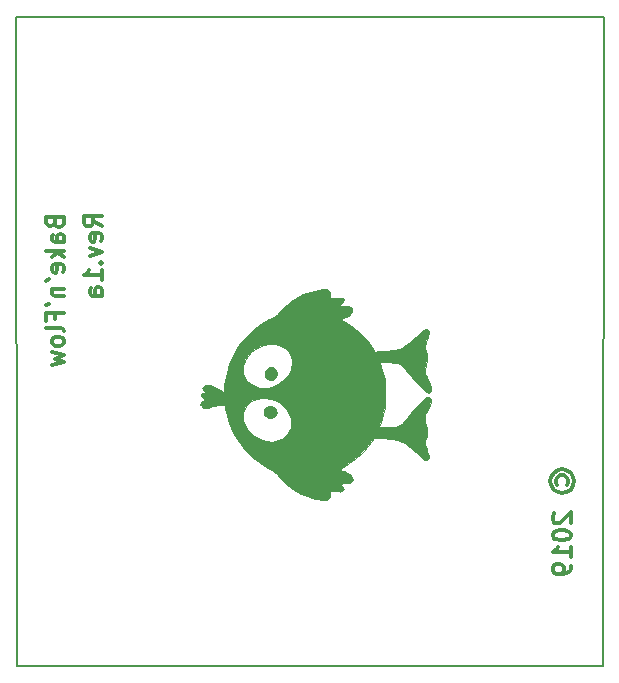
<source format=gbr>
G04 #@! TF.GenerationSoftware,KiCad,Pcbnew,5.1.0*
G04 #@! TF.CreationDate,2019-05-01T02:44:57+08:00*
G04 #@! TF.ProjectId,reflow-toaster-mainboard,7265666c-6f77-42d7-946f-61737465722d,rev?*
G04 #@! TF.SameCoordinates,Original*
G04 #@! TF.FileFunction,Legend,Bot*
G04 #@! TF.FilePolarity,Positive*
%FSLAX46Y46*%
G04 Gerber Fmt 4.6, Leading zero omitted, Abs format (unit mm)*
G04 Created by KiCad (PCBNEW 5.1.0) date 2019-05-01 02:44:57*
%MOMM*%
%LPD*%
G04 APERTURE LIST*
%ADD10C,0.300000*%
%ADD11C,0.150000*%
%ADD12C,0.010000*%
G04 APERTURE END LIST*
D10*
X128478571Y-72200000D02*
X127764285Y-71700000D01*
X128478571Y-71342857D02*
X126978571Y-71342857D01*
X126978571Y-71914285D01*
X127050000Y-72057142D01*
X127121428Y-72128571D01*
X127264285Y-72200000D01*
X127478571Y-72200000D01*
X127621428Y-72128571D01*
X127692857Y-72057142D01*
X127764285Y-71914285D01*
X127764285Y-71342857D01*
X128407142Y-73414285D02*
X128478571Y-73271428D01*
X128478571Y-72985714D01*
X128407142Y-72842857D01*
X128264285Y-72771428D01*
X127692857Y-72771428D01*
X127550000Y-72842857D01*
X127478571Y-72985714D01*
X127478571Y-73271428D01*
X127550000Y-73414285D01*
X127692857Y-73485714D01*
X127835714Y-73485714D01*
X127978571Y-72771428D01*
X127478571Y-73985714D02*
X128478571Y-74342857D01*
X127478571Y-74700000D01*
X128335714Y-75271428D02*
X128407142Y-75342857D01*
X128478571Y-75271428D01*
X128407142Y-75200000D01*
X128335714Y-75271428D01*
X128478571Y-75271428D01*
X128478571Y-76771428D02*
X128478571Y-75914285D01*
X128478571Y-76342857D02*
X126978571Y-76342857D01*
X127192857Y-76200000D01*
X127335714Y-76057142D01*
X127407142Y-75914285D01*
X128478571Y-78057142D02*
X127692857Y-78057142D01*
X127550000Y-77985714D01*
X127478571Y-77842857D01*
X127478571Y-77557142D01*
X127550000Y-77414285D01*
X128407142Y-78057142D02*
X128478571Y-77914285D01*
X128478571Y-77557142D01*
X128407142Y-77414285D01*
X128264285Y-77342857D01*
X128121428Y-77342857D01*
X127978571Y-77414285D01*
X127907142Y-77557142D01*
X127907142Y-77914285D01*
X127835714Y-78057142D01*
X167035714Y-94057142D02*
X166964285Y-93914285D01*
X166964285Y-93628571D01*
X167035714Y-93485714D01*
X167178571Y-93342857D01*
X167321428Y-93271428D01*
X167607142Y-93271428D01*
X167750000Y-93342857D01*
X167892857Y-93485714D01*
X167964285Y-93628571D01*
X167964285Y-93914285D01*
X167892857Y-94057142D01*
X166464285Y-93771428D02*
X166535714Y-93414285D01*
X166750000Y-93057142D01*
X167107142Y-92842857D01*
X167464285Y-92771428D01*
X167821428Y-92842857D01*
X168178571Y-93057142D01*
X168392857Y-93414285D01*
X168464285Y-93771428D01*
X168392857Y-94128571D01*
X168178571Y-94485714D01*
X167821428Y-94700000D01*
X167464285Y-94771428D01*
X167107142Y-94700000D01*
X166750000Y-94485714D01*
X166535714Y-94128571D01*
X166464285Y-93771428D01*
X166821428Y-96485714D02*
X166750000Y-96557142D01*
X166678571Y-96700000D01*
X166678571Y-97057142D01*
X166750000Y-97200000D01*
X166821428Y-97271428D01*
X166964285Y-97342857D01*
X167107142Y-97342857D01*
X167321428Y-97271428D01*
X168178571Y-96414285D01*
X168178571Y-97342857D01*
X166678571Y-98271428D02*
X166678571Y-98414285D01*
X166750000Y-98557142D01*
X166821428Y-98628571D01*
X166964285Y-98700000D01*
X167250000Y-98771428D01*
X167607142Y-98771428D01*
X167892857Y-98700000D01*
X168035714Y-98628571D01*
X168107142Y-98557142D01*
X168178571Y-98414285D01*
X168178571Y-98271428D01*
X168107142Y-98128571D01*
X168035714Y-98057142D01*
X167892857Y-97985714D01*
X167607142Y-97914285D01*
X167250000Y-97914285D01*
X166964285Y-97985714D01*
X166821428Y-98057142D01*
X166750000Y-98128571D01*
X166678571Y-98271428D01*
X168178571Y-100200000D02*
X168178571Y-99342857D01*
X168178571Y-99771428D02*
X166678571Y-99771428D01*
X166892857Y-99628571D01*
X167035714Y-99485714D01*
X167107142Y-99342857D01*
X168178571Y-100914285D02*
X168178571Y-101199999D01*
X168107142Y-101342857D01*
X168035714Y-101414285D01*
X167821428Y-101557142D01*
X167535714Y-101628571D01*
X166964285Y-101628571D01*
X166821428Y-101557142D01*
X166750000Y-101485714D01*
X166678571Y-101342857D01*
X166678571Y-101057142D01*
X166750000Y-100914285D01*
X166821428Y-100842857D01*
X166964285Y-100771428D01*
X167321428Y-100771428D01*
X167464285Y-100842857D01*
X167535714Y-100914285D01*
X167607142Y-101057142D01*
X167607142Y-101342857D01*
X167535714Y-101485714D01*
X167464285Y-101557142D01*
X167321428Y-101628571D01*
D11*
X171000000Y-54500000D02*
X121200000Y-54500000D01*
D10*
X124492857Y-71885714D02*
X124564285Y-72100000D01*
X124635714Y-72171428D01*
X124778571Y-72242857D01*
X124992857Y-72242857D01*
X125135714Y-72171428D01*
X125207142Y-72100000D01*
X125278571Y-71957142D01*
X125278571Y-71385714D01*
X123778571Y-71385714D01*
X123778571Y-71885714D01*
X123850000Y-72028571D01*
X123921428Y-72100000D01*
X124064285Y-72171428D01*
X124207142Y-72171428D01*
X124350000Y-72100000D01*
X124421428Y-72028571D01*
X124492857Y-71885714D01*
X124492857Y-71385714D01*
X125278571Y-73528571D02*
X124492857Y-73528571D01*
X124350000Y-73457142D01*
X124278571Y-73314285D01*
X124278571Y-73028571D01*
X124350000Y-72885714D01*
X125207142Y-73528571D02*
X125278571Y-73385714D01*
X125278571Y-73028571D01*
X125207142Y-72885714D01*
X125064285Y-72814285D01*
X124921428Y-72814285D01*
X124778571Y-72885714D01*
X124707142Y-73028571D01*
X124707142Y-73385714D01*
X124635714Y-73528571D01*
X125278571Y-74242857D02*
X123778571Y-74242857D01*
X124707142Y-74385714D02*
X125278571Y-74814285D01*
X124278571Y-74814285D02*
X124850000Y-74242857D01*
X125207142Y-76028571D02*
X125278571Y-75885714D01*
X125278571Y-75600000D01*
X125207142Y-75457142D01*
X125064285Y-75385714D01*
X124492857Y-75385714D01*
X124350000Y-75457142D01*
X124278571Y-75600000D01*
X124278571Y-75885714D01*
X124350000Y-76028571D01*
X124492857Y-76100000D01*
X124635714Y-76100000D01*
X124778571Y-75385714D01*
X123778571Y-76814285D02*
X124064285Y-76671428D01*
X124278571Y-77457142D02*
X125278571Y-77457142D01*
X124421428Y-77457142D02*
X124350000Y-77528571D01*
X124278571Y-77671428D01*
X124278571Y-77885714D01*
X124350000Y-78028571D01*
X124492857Y-78100000D01*
X125278571Y-78100000D01*
X123778571Y-78885714D02*
X124064285Y-78742857D01*
X124492857Y-80028571D02*
X124492857Y-79528571D01*
X125278571Y-79528571D02*
X123778571Y-79528571D01*
X123778571Y-80242857D01*
X125278571Y-81028571D02*
X125207142Y-80885714D01*
X125064285Y-80814285D01*
X123778571Y-80814285D01*
X125278571Y-81814285D02*
X125207142Y-81671428D01*
X125135714Y-81600000D01*
X124992857Y-81528571D01*
X124564285Y-81528571D01*
X124421428Y-81600000D01*
X124350000Y-81671428D01*
X124278571Y-81814285D01*
X124278571Y-82028571D01*
X124350000Y-82171428D01*
X124421428Y-82242857D01*
X124564285Y-82314285D01*
X124992857Y-82314285D01*
X125135714Y-82242857D01*
X125207142Y-82171428D01*
X125278571Y-82028571D01*
X125278571Y-81814285D01*
X124278571Y-82814285D02*
X125278571Y-83100000D01*
X124564285Y-83385714D01*
X125278571Y-83671428D01*
X124278571Y-83957142D01*
D11*
X121300000Y-109400000D02*
X121200000Y-54500000D01*
X170900000Y-109400000D02*
X121300000Y-109400000D01*
X171000000Y-54500000D02*
X170900000Y-109400000D01*
D12*
G36*
X142265368Y-88133756D02*
G01*
X142359385Y-88271039D01*
X142464619Y-88349441D01*
X142659274Y-88424705D01*
X142854810Y-88424715D01*
X143033197Y-88355070D01*
X143176408Y-88221367D01*
X143239630Y-88108752D01*
X143288047Y-87956357D01*
X143284656Y-87824180D01*
X143235237Y-87681417D01*
X143157213Y-87565490D01*
X143046789Y-87466317D01*
X143035811Y-87459325D01*
X142843735Y-87384621D01*
X142655123Y-87384783D01*
X142484801Y-87450774D01*
X142347596Y-87573559D01*
X142258333Y-87744103D01*
X142231677Y-87949384D01*
X142265368Y-88133756D01*
X142265368Y-88133756D01*
G37*
X142265368Y-88133756D02*
X142359385Y-88271039D01*
X142464619Y-88349441D01*
X142659274Y-88424705D01*
X142854810Y-88424715D01*
X143033197Y-88355070D01*
X143176408Y-88221367D01*
X143239630Y-88108752D01*
X143288047Y-87956357D01*
X143284656Y-87824180D01*
X143235237Y-87681417D01*
X143157213Y-87565490D01*
X143046789Y-87466317D01*
X143035811Y-87459325D01*
X142843735Y-87384621D01*
X142655123Y-87384783D01*
X142484801Y-87450774D01*
X142347596Y-87573559D01*
X142258333Y-87744103D01*
X142231677Y-87949384D01*
X142265368Y-88133756D01*
G36*
X142316147Y-84877843D02*
G01*
X142415983Y-85022690D01*
X142557168Y-85120334D01*
X142723383Y-85167757D01*
X142898312Y-85161942D01*
X143065638Y-85099874D01*
X143209043Y-84978535D01*
X143277679Y-84874365D01*
X143332721Y-84706562D01*
X143317710Y-84533552D01*
X143277571Y-84421751D01*
X143199546Y-84305824D01*
X143089122Y-84206650D01*
X143078144Y-84199659D01*
X142886132Y-84125020D01*
X142697490Y-84125214D01*
X142527095Y-84191190D01*
X142389824Y-84313900D01*
X142300554Y-84484294D01*
X142273976Y-84688807D01*
X142316147Y-84877843D01*
X142316147Y-84877843D01*
G37*
X142316147Y-84877843D02*
X142415983Y-85022690D01*
X142557168Y-85120334D01*
X142723383Y-85167757D01*
X142898312Y-85161942D01*
X143065638Y-85099874D01*
X143209043Y-84978535D01*
X143277679Y-84874365D01*
X143332721Y-84706562D01*
X143317710Y-84533552D01*
X143277571Y-84421751D01*
X143199546Y-84305824D01*
X143089122Y-84206650D01*
X143078144Y-84199659D01*
X142886132Y-84125020D01*
X142697490Y-84125214D01*
X142527095Y-84191190D01*
X142389824Y-84313900D01*
X142300554Y-84484294D01*
X142273976Y-84688807D01*
X142316147Y-84877843D01*
G36*
X136832217Y-87289099D02*
G01*
X136873310Y-87352723D01*
X136968318Y-87425929D01*
X137017054Y-87457532D01*
X137176502Y-87544289D01*
X137316663Y-87578566D01*
X137468512Y-87562717D01*
X137646500Y-87505386D01*
X137848273Y-87440964D01*
X138099935Y-87377567D01*
X138366964Y-87322767D01*
X138614834Y-87284140D01*
X138694250Y-87275512D01*
X138816190Y-87268378D01*
X138875816Y-87280973D01*
X138894506Y-87320203D01*
X138895333Y-87340467D01*
X138903528Y-87416210D01*
X138925579Y-87552413D01*
X138957688Y-87726731D01*
X138980793Y-87843226D01*
X139172100Y-88574990D01*
X139439661Y-89277792D01*
X139778953Y-89945693D01*
X140185451Y-90572756D01*
X140654633Y-91153042D01*
X141181973Y-91680613D01*
X141762949Y-92149532D01*
X142393036Y-92553859D01*
X142690425Y-92712665D01*
X142868586Y-92805539D01*
X143002860Y-92887988D01*
X143116341Y-92978830D01*
X143232123Y-93096880D01*
X143373300Y-93260955D01*
X143394361Y-93286211D01*
X143694266Y-93613512D01*
X144043928Y-93940305D01*
X144420902Y-94248293D01*
X144802747Y-94519175D01*
X145167022Y-94734655D01*
X145177440Y-94740070D01*
X145387484Y-94837064D01*
X145654399Y-94942994D01*
X145955321Y-95050383D01*
X146267387Y-95151755D01*
X146567731Y-95239634D01*
X146833491Y-95306544D01*
X147017218Y-95341653D01*
X147250564Y-95366571D01*
X147424334Y-95359945D01*
X147559019Y-95317754D01*
X147675113Y-95235974D01*
X147706091Y-95206422D01*
X147775656Y-95126242D01*
X147812294Y-95043495D01*
X147826118Y-94926675D01*
X147827667Y-94827590D01*
X147826761Y-94715032D01*
X147833099Y-94639336D01*
X147860265Y-94595103D01*
X147921843Y-94576938D01*
X148031417Y-94579442D01*
X148202570Y-94597219D01*
X148361820Y-94615362D01*
X148557007Y-94635001D01*
X148688468Y-94641214D01*
X148776209Y-94633125D01*
X148840234Y-94609860D01*
X148868151Y-94593219D01*
X148946846Y-94520143D01*
X148960845Y-94437370D01*
X148907836Y-94332819D01*
X148793390Y-94202407D01*
X148702819Y-94103882D01*
X148646598Y-94030386D01*
X148636446Y-94001444D01*
X148685190Y-93989251D01*
X148797505Y-93974368D01*
X148952461Y-93959394D01*
X149014805Y-93954470D01*
X149281386Y-93927999D01*
X149474100Y-93892246D01*
X149603519Y-93844156D01*
X149680213Y-93780678D01*
X149694534Y-93758152D01*
X149722225Y-93625670D01*
X149692772Y-93465215D01*
X149612792Y-93304515D01*
X149574053Y-93253305D01*
X149448005Y-93142692D01*
X149267274Y-93032257D01*
X149060642Y-92936393D01*
X148856890Y-92869491D01*
X148772471Y-92852467D01*
X148661808Y-92830171D01*
X148596836Y-92806057D01*
X148589667Y-92797298D01*
X148624071Y-92764970D01*
X148714652Y-92705873D01*
X148842462Y-92632284D01*
X148854250Y-92625855D01*
X149461880Y-92251396D01*
X150038450Y-91808220D01*
X150569963Y-91308959D01*
X151042422Y-90766248D01*
X151290504Y-90426822D01*
X151531834Y-90072144D01*
X152082167Y-90100633D01*
X152446673Y-90124329D01*
X152795238Y-90156091D01*
X153114422Y-90194078D01*
X153390782Y-90236450D01*
X153610879Y-90281370D01*
X153761270Y-90326995D01*
X153773217Y-90332083D01*
X153931675Y-90419631D01*
X154137798Y-90560079D01*
X154380808Y-90745063D01*
X154649932Y-90966219D01*
X154934394Y-91215184D01*
X155066667Y-91336037D01*
X155311602Y-91559634D01*
X155506023Y-91728875D01*
X155658507Y-91850042D01*
X155777629Y-91929414D01*
X155871965Y-91973274D01*
X155950092Y-91987903D01*
X155956835Y-91988000D01*
X156065910Y-91971944D01*
X156137052Y-91918926D01*
X156170613Y-91821674D01*
X156166943Y-91672917D01*
X156126393Y-91465382D01*
X156049315Y-91191797D01*
X156002377Y-91043880D01*
X155937538Y-90839373D01*
X155883696Y-90659634D01*
X155845869Y-90522150D01*
X155829071Y-90444407D01*
X155828667Y-90438272D01*
X155846526Y-90362922D01*
X155892693Y-90242534D01*
X155939770Y-90139519D01*
X156012514Y-89972487D01*
X156055318Y-89817396D01*
X156068534Y-89654693D01*
X156052515Y-89464827D01*
X156007613Y-89228244D01*
X155959806Y-89026870D01*
X155892157Y-88742471D01*
X155849779Y-88524051D01*
X155832866Y-88356720D01*
X155841612Y-88225589D01*
X155876211Y-88115769D01*
X155936858Y-88012371D01*
X155973686Y-87962697D01*
X156154455Y-87664989D01*
X156288295Y-87299207D01*
X156338389Y-87085745D01*
X156364404Y-86934418D01*
X156367688Y-86836773D01*
X156346819Y-86764553D01*
X156319884Y-86718250D01*
X156227637Y-86632736D01*
X156148992Y-86611667D01*
X156034885Y-86645494D01*
X155878846Y-86743038D01*
X155687125Y-86898393D01*
X155465970Y-87105656D01*
X155221629Y-87358920D01*
X154960351Y-87652281D01*
X154688382Y-87979834D01*
X154648417Y-88029834D01*
X154427623Y-88304746D01*
X154248677Y-88520673D01*
X154103067Y-88686692D01*
X153982283Y-88811881D01*
X153877813Y-88905317D01*
X153781146Y-88976076D01*
X153733682Y-89005436D01*
X153546976Y-89084918D01*
X153293689Y-89142120D01*
X152968906Y-89177778D01*
X152567712Y-89192627D01*
X152479926Y-89193162D01*
X151988684Y-89194000D01*
X152149871Y-88717750D01*
X152258627Y-88384598D01*
X152343113Y-88092329D01*
X152406225Y-87821619D01*
X152450855Y-87553143D01*
X152479900Y-87267575D01*
X152496252Y-86945592D01*
X152502805Y-86567869D01*
X152503317Y-86357667D01*
X152500671Y-85969893D01*
X152491638Y-85647590D01*
X152473431Y-85371638D01*
X152443265Y-85122918D01*
X152398353Y-84882311D01*
X152335908Y-84630697D01*
X152253143Y-84348956D01*
X152174494Y-84101555D01*
X152027530Y-83648334D01*
X152224182Y-83649294D01*
X152447092Y-83655409D01*
X152694124Y-83670383D01*
X152946037Y-83692158D01*
X153183596Y-83718674D01*
X153387561Y-83747873D01*
X153538696Y-83777695D01*
X153599656Y-83796508D01*
X153718024Y-83858367D01*
X153846654Y-83952157D01*
X153992956Y-84085237D01*
X154164341Y-84264964D01*
X154368220Y-84498697D01*
X154612004Y-84793793D01*
X154644283Y-84833667D01*
X154917099Y-85161301D01*
X155180197Y-85458148D01*
X155427258Y-85718190D01*
X155651966Y-85935411D01*
X155848002Y-86103793D01*
X156009049Y-86217319D01*
X156128790Y-86269973D01*
X156155563Y-86273000D01*
X156258395Y-86235235D01*
X156329513Y-86132702D01*
X156362132Y-85981546D01*
X156351230Y-85807334D01*
X156282634Y-85544737D01*
X156175219Y-85265185D01*
X156046304Y-85011331D01*
X155995060Y-84930150D01*
X155915335Y-84804012D01*
X155862939Y-84690016D01*
X155837329Y-84571551D01*
X155837962Y-84432008D01*
X155864296Y-84254778D01*
X155915788Y-84023249D01*
X155959653Y-83846941D01*
X156026562Y-83558205D01*
X156062103Y-83328936D01*
X156065887Y-83139803D01*
X156037521Y-82971476D01*
X155976615Y-82804625D01*
X155936886Y-82721707D01*
X155876621Y-82589519D01*
X155837333Y-82477899D01*
X155828667Y-82430392D01*
X155841811Y-82359978D01*
X155877385Y-82229777D01*
X155929599Y-82059828D01*
X155978888Y-81910401D01*
X156072529Y-81625422D01*
X156135922Y-81407209D01*
X156171115Y-81244261D01*
X156180153Y-81125078D01*
X156165082Y-81038161D01*
X156142300Y-80991917D01*
X156045801Y-80913525D01*
X155908974Y-80902588D01*
X155749019Y-80957571D01*
X155680046Y-81005292D01*
X155561581Y-81099994D01*
X155406212Y-81231086D01*
X155226528Y-81387979D01*
X155063205Y-81534509D01*
X154752679Y-81814093D01*
X154491705Y-82040971D01*
X154269033Y-82221360D01*
X154073417Y-82361477D01*
X153893608Y-82467540D01*
X153718358Y-82545765D01*
X153536421Y-82602369D01*
X153336547Y-82643571D01*
X153107490Y-82675587D01*
X152971167Y-82690876D01*
X152713083Y-82716967D01*
X152444342Y-82741772D01*
X152196168Y-82762541D01*
X151999789Y-82776528D01*
X151994215Y-82776862D01*
X151609930Y-82799707D01*
X151353846Y-82409104D01*
X150912306Y-81811703D01*
X150404152Y-81261623D01*
X149837534Y-80766451D01*
X149220603Y-80333774D01*
X148955500Y-80176478D01*
X148707501Y-80036745D01*
X148942898Y-79963912D01*
X149180443Y-79874053D01*
X149389409Y-79764105D01*
X149549558Y-79646015D01*
X149623681Y-79562037D01*
X149673691Y-79445277D01*
X149702274Y-79302371D01*
X149703770Y-79280537D01*
X149694087Y-79152742D01*
X149644500Y-79060193D01*
X149544208Y-78996353D01*
X149382412Y-78954686D01*
X149148312Y-78928657D01*
X149118834Y-78926547D01*
X148901844Y-78910861D01*
X148760640Y-78894785D01*
X148686578Y-78871566D01*
X148671018Y-78834448D01*
X148705317Y-78776676D01*
X148780832Y-78691497D01*
X148796446Y-78674566D01*
X148889938Y-78560492D01*
X148953173Y-78459131D01*
X148970667Y-78405130D01*
X148959706Y-78330798D01*
X148919011Y-78280182D01*
X148836862Y-78250430D01*
X148701538Y-78238693D01*
X148501321Y-78242118D01*
X148336235Y-78250799D01*
X147827667Y-78281356D01*
X147827667Y-78062909D01*
X147807563Y-77843330D01*
X147742427Y-77684441D01*
X147625026Y-77580733D01*
X147448124Y-77526701D01*
X147204486Y-77516836D01*
X147116692Y-77521710D01*
X146869467Y-77555949D01*
X146569103Y-77623121D01*
X146237077Y-77716147D01*
X145894865Y-77827945D01*
X145563943Y-77951437D01*
X145265788Y-78079543D01*
X145021877Y-78205181D01*
X144994929Y-78221172D01*
X144722967Y-78398653D01*
X144432715Y-78610202D01*
X144143558Y-78839932D01*
X143874885Y-79071960D01*
X143646084Y-79290401D01*
X143511968Y-79436167D01*
X143396091Y-79570186D01*
X143298088Y-79672477D01*
X143200172Y-79756040D01*
X143084557Y-79833872D01*
X143006470Y-79877849D01*
X143006470Y-82141634D01*
X143109640Y-82153522D01*
X143496746Y-82245855D01*
X143832186Y-82399596D01*
X144111505Y-82607682D01*
X144330252Y-82863050D01*
X144483973Y-83158639D01*
X144568216Y-83487386D01*
X144578527Y-83842229D01*
X144510453Y-84216107D01*
X144477081Y-84322249D01*
X144313959Y-84672066D01*
X144080670Y-84993948D01*
X143789431Y-85279483D01*
X143452460Y-85520259D01*
X143081975Y-85707862D01*
X142690194Y-85833881D01*
X142324334Y-85885009D01*
X142324334Y-86707848D01*
X142756852Y-86777616D01*
X143165456Y-86920846D01*
X143540335Y-87130299D01*
X143871680Y-87398740D01*
X144149681Y-87718932D01*
X144364528Y-88083638D01*
X144441321Y-88269540D01*
X144497200Y-88499310D01*
X144521720Y-88768368D01*
X144514615Y-89042314D01*
X144475620Y-89286752D01*
X144449823Y-89371918D01*
X144292714Y-89684467D01*
X144069261Y-89949194D01*
X143786829Y-90159934D01*
X143452781Y-90310524D01*
X143267246Y-90361662D01*
X142860831Y-90411113D01*
X142455171Y-90384169D01*
X142060274Y-90287167D01*
X141686149Y-90126443D01*
X141342803Y-89908335D01*
X141040246Y-89639178D01*
X140788486Y-89325311D01*
X140597532Y-88973068D01*
X140478943Y-88596305D01*
X140442698Y-88236957D01*
X140483251Y-87899793D01*
X140594188Y-87591378D01*
X140769092Y-87318277D01*
X141001549Y-87087054D01*
X141285143Y-86904274D01*
X141613460Y-86776503D01*
X141980083Y-86710305D01*
X142324334Y-86707848D01*
X142324334Y-85885009D01*
X142289334Y-85889901D01*
X142197334Y-85892000D01*
X141790446Y-85855222D01*
X141424464Y-85746317D01*
X141103103Y-85567428D01*
X140830076Y-85320699D01*
X140609099Y-85008272D01*
X140583188Y-84960667D01*
X140537719Y-84864370D01*
X140508319Y-84768149D01*
X140491622Y-84649922D01*
X140484262Y-84487606D01*
X140482834Y-84302305D01*
X140484032Y-84094713D01*
X140491178Y-83945956D01*
X140509594Y-83830203D01*
X140544605Y-83721625D01*
X140601533Y-83594391D01*
X140648613Y-83497971D01*
X140863638Y-83150171D01*
X141140205Y-82842278D01*
X141465753Y-82581155D01*
X141827717Y-82373666D01*
X142213533Y-82226674D01*
X142610639Y-82147042D01*
X143006470Y-82141634D01*
X143006470Y-79877849D01*
X142933454Y-79918971D01*
X142729077Y-80024336D01*
X142658174Y-80060101D01*
X142008433Y-80433701D01*
X141408115Y-80872942D01*
X140861025Y-81372139D01*
X140370968Y-81925607D01*
X139941747Y-82527660D01*
X139577169Y-83172614D01*
X139281038Y-83854782D01*
X139057158Y-84568480D01*
X138909334Y-85308024D01*
X138860972Y-85733997D01*
X138844049Y-85921088D01*
X138827427Y-86074523D01*
X138813243Y-86176172D01*
X138805080Y-86208032D01*
X138762876Y-86196591D01*
X138660426Y-86152342D01*
X138512349Y-86082019D01*
X138333265Y-85992359D01*
X138301355Y-85975970D01*
X138015388Y-85830833D01*
X137791136Y-85724997D01*
X137616337Y-85656574D01*
X137478732Y-85623677D01*
X137366061Y-85624421D01*
X137266063Y-85656917D01*
X137166479Y-85719280D01*
X137080452Y-85788075D01*
X136940032Y-85906231D01*
X137166266Y-86108949D01*
X137392500Y-86311668D01*
X137194441Y-86313501D01*
X137027317Y-86336615D01*
X136912523Y-86397190D01*
X136864037Y-86487314D01*
X136863333Y-86500937D01*
X136895130Y-86566661D01*
X136975383Y-86656270D01*
X137081389Y-86747772D01*
X137190441Y-86819177D01*
X137193614Y-86820827D01*
X137243294Y-86850799D01*
X137247793Y-86878290D01*
X137197156Y-86916151D01*
X137081422Y-86977238D01*
X137066614Y-86984749D01*
X136931651Y-87061518D01*
X136858855Y-87129060D01*
X136830065Y-87204897D01*
X136828849Y-87214115D01*
X136832217Y-87289099D01*
X136832217Y-87289099D01*
G37*
X136832217Y-87289099D02*
X136873310Y-87352723D01*
X136968318Y-87425929D01*
X137017054Y-87457532D01*
X137176502Y-87544289D01*
X137316663Y-87578566D01*
X137468512Y-87562717D01*
X137646500Y-87505386D01*
X137848273Y-87440964D01*
X138099935Y-87377567D01*
X138366964Y-87322767D01*
X138614834Y-87284140D01*
X138694250Y-87275512D01*
X138816190Y-87268378D01*
X138875816Y-87280973D01*
X138894506Y-87320203D01*
X138895333Y-87340467D01*
X138903528Y-87416210D01*
X138925579Y-87552413D01*
X138957688Y-87726731D01*
X138980793Y-87843226D01*
X139172100Y-88574990D01*
X139439661Y-89277792D01*
X139778953Y-89945693D01*
X140185451Y-90572756D01*
X140654633Y-91153042D01*
X141181973Y-91680613D01*
X141762949Y-92149532D01*
X142393036Y-92553859D01*
X142690425Y-92712665D01*
X142868586Y-92805539D01*
X143002860Y-92887988D01*
X143116341Y-92978830D01*
X143232123Y-93096880D01*
X143373300Y-93260955D01*
X143394361Y-93286211D01*
X143694266Y-93613512D01*
X144043928Y-93940305D01*
X144420902Y-94248293D01*
X144802747Y-94519175D01*
X145167022Y-94734655D01*
X145177440Y-94740070D01*
X145387484Y-94837064D01*
X145654399Y-94942994D01*
X145955321Y-95050383D01*
X146267387Y-95151755D01*
X146567731Y-95239634D01*
X146833491Y-95306544D01*
X147017218Y-95341653D01*
X147250564Y-95366571D01*
X147424334Y-95359945D01*
X147559019Y-95317754D01*
X147675113Y-95235974D01*
X147706091Y-95206422D01*
X147775656Y-95126242D01*
X147812294Y-95043495D01*
X147826118Y-94926675D01*
X147827667Y-94827590D01*
X147826761Y-94715032D01*
X147833099Y-94639336D01*
X147860265Y-94595103D01*
X147921843Y-94576938D01*
X148031417Y-94579442D01*
X148202570Y-94597219D01*
X148361820Y-94615362D01*
X148557007Y-94635001D01*
X148688468Y-94641214D01*
X148776209Y-94633125D01*
X148840234Y-94609860D01*
X148868151Y-94593219D01*
X148946846Y-94520143D01*
X148960845Y-94437370D01*
X148907836Y-94332819D01*
X148793390Y-94202407D01*
X148702819Y-94103882D01*
X148646598Y-94030386D01*
X148636446Y-94001444D01*
X148685190Y-93989251D01*
X148797505Y-93974368D01*
X148952461Y-93959394D01*
X149014805Y-93954470D01*
X149281386Y-93927999D01*
X149474100Y-93892246D01*
X149603519Y-93844156D01*
X149680213Y-93780678D01*
X149694534Y-93758152D01*
X149722225Y-93625670D01*
X149692772Y-93465215D01*
X149612792Y-93304515D01*
X149574053Y-93253305D01*
X149448005Y-93142692D01*
X149267274Y-93032257D01*
X149060642Y-92936393D01*
X148856890Y-92869491D01*
X148772471Y-92852467D01*
X148661808Y-92830171D01*
X148596836Y-92806057D01*
X148589667Y-92797298D01*
X148624071Y-92764970D01*
X148714652Y-92705873D01*
X148842462Y-92632284D01*
X148854250Y-92625855D01*
X149461880Y-92251396D01*
X150038450Y-91808220D01*
X150569963Y-91308959D01*
X151042422Y-90766248D01*
X151290504Y-90426822D01*
X151531834Y-90072144D01*
X152082167Y-90100633D01*
X152446673Y-90124329D01*
X152795238Y-90156091D01*
X153114422Y-90194078D01*
X153390782Y-90236450D01*
X153610879Y-90281370D01*
X153761270Y-90326995D01*
X153773217Y-90332083D01*
X153931675Y-90419631D01*
X154137798Y-90560079D01*
X154380808Y-90745063D01*
X154649932Y-90966219D01*
X154934394Y-91215184D01*
X155066667Y-91336037D01*
X155311602Y-91559634D01*
X155506023Y-91728875D01*
X155658507Y-91850042D01*
X155777629Y-91929414D01*
X155871965Y-91973274D01*
X155950092Y-91987903D01*
X155956835Y-91988000D01*
X156065910Y-91971944D01*
X156137052Y-91918926D01*
X156170613Y-91821674D01*
X156166943Y-91672917D01*
X156126393Y-91465382D01*
X156049315Y-91191797D01*
X156002377Y-91043880D01*
X155937538Y-90839373D01*
X155883696Y-90659634D01*
X155845869Y-90522150D01*
X155829071Y-90444407D01*
X155828667Y-90438272D01*
X155846526Y-90362922D01*
X155892693Y-90242534D01*
X155939770Y-90139519D01*
X156012514Y-89972487D01*
X156055318Y-89817396D01*
X156068534Y-89654693D01*
X156052515Y-89464827D01*
X156007613Y-89228244D01*
X155959806Y-89026870D01*
X155892157Y-88742471D01*
X155849779Y-88524051D01*
X155832866Y-88356720D01*
X155841612Y-88225589D01*
X155876211Y-88115769D01*
X155936858Y-88012371D01*
X155973686Y-87962697D01*
X156154455Y-87664989D01*
X156288295Y-87299207D01*
X156338389Y-87085745D01*
X156364404Y-86934418D01*
X156367688Y-86836773D01*
X156346819Y-86764553D01*
X156319884Y-86718250D01*
X156227637Y-86632736D01*
X156148992Y-86611667D01*
X156034885Y-86645494D01*
X155878846Y-86743038D01*
X155687125Y-86898393D01*
X155465970Y-87105656D01*
X155221629Y-87358920D01*
X154960351Y-87652281D01*
X154688382Y-87979834D01*
X154648417Y-88029834D01*
X154427623Y-88304746D01*
X154248677Y-88520673D01*
X154103067Y-88686692D01*
X153982283Y-88811881D01*
X153877813Y-88905317D01*
X153781146Y-88976076D01*
X153733682Y-89005436D01*
X153546976Y-89084918D01*
X153293689Y-89142120D01*
X152968906Y-89177778D01*
X152567712Y-89192627D01*
X152479926Y-89193162D01*
X151988684Y-89194000D01*
X152149871Y-88717750D01*
X152258627Y-88384598D01*
X152343113Y-88092329D01*
X152406225Y-87821619D01*
X152450855Y-87553143D01*
X152479900Y-87267575D01*
X152496252Y-86945592D01*
X152502805Y-86567869D01*
X152503317Y-86357667D01*
X152500671Y-85969893D01*
X152491638Y-85647590D01*
X152473431Y-85371638D01*
X152443265Y-85122918D01*
X152398353Y-84882311D01*
X152335908Y-84630697D01*
X152253143Y-84348956D01*
X152174494Y-84101555D01*
X152027530Y-83648334D01*
X152224182Y-83649294D01*
X152447092Y-83655409D01*
X152694124Y-83670383D01*
X152946037Y-83692158D01*
X153183596Y-83718674D01*
X153387561Y-83747873D01*
X153538696Y-83777695D01*
X153599656Y-83796508D01*
X153718024Y-83858367D01*
X153846654Y-83952157D01*
X153992956Y-84085237D01*
X154164341Y-84264964D01*
X154368220Y-84498697D01*
X154612004Y-84793793D01*
X154644283Y-84833667D01*
X154917099Y-85161301D01*
X155180197Y-85458148D01*
X155427258Y-85718190D01*
X155651966Y-85935411D01*
X155848002Y-86103793D01*
X156009049Y-86217319D01*
X156128790Y-86269973D01*
X156155563Y-86273000D01*
X156258395Y-86235235D01*
X156329513Y-86132702D01*
X156362132Y-85981546D01*
X156351230Y-85807334D01*
X156282634Y-85544737D01*
X156175219Y-85265185D01*
X156046304Y-85011331D01*
X155995060Y-84930150D01*
X155915335Y-84804012D01*
X155862939Y-84690016D01*
X155837329Y-84571551D01*
X155837962Y-84432008D01*
X155864296Y-84254778D01*
X155915788Y-84023249D01*
X155959653Y-83846941D01*
X156026562Y-83558205D01*
X156062103Y-83328936D01*
X156065887Y-83139803D01*
X156037521Y-82971476D01*
X155976615Y-82804625D01*
X155936886Y-82721707D01*
X155876621Y-82589519D01*
X155837333Y-82477899D01*
X155828667Y-82430392D01*
X155841811Y-82359978D01*
X155877385Y-82229777D01*
X155929599Y-82059828D01*
X155978888Y-81910401D01*
X156072529Y-81625422D01*
X156135922Y-81407209D01*
X156171115Y-81244261D01*
X156180153Y-81125078D01*
X156165082Y-81038161D01*
X156142300Y-80991917D01*
X156045801Y-80913525D01*
X155908974Y-80902588D01*
X155749019Y-80957571D01*
X155680046Y-81005292D01*
X155561581Y-81099994D01*
X155406212Y-81231086D01*
X155226528Y-81387979D01*
X155063205Y-81534509D01*
X154752679Y-81814093D01*
X154491705Y-82040971D01*
X154269033Y-82221360D01*
X154073417Y-82361477D01*
X153893608Y-82467540D01*
X153718358Y-82545765D01*
X153536421Y-82602369D01*
X153336547Y-82643571D01*
X153107490Y-82675587D01*
X152971167Y-82690876D01*
X152713083Y-82716967D01*
X152444342Y-82741772D01*
X152196168Y-82762541D01*
X151999789Y-82776528D01*
X151994215Y-82776862D01*
X151609930Y-82799707D01*
X151353846Y-82409104D01*
X150912306Y-81811703D01*
X150404152Y-81261623D01*
X149837534Y-80766451D01*
X149220603Y-80333774D01*
X148955500Y-80176478D01*
X148707501Y-80036745D01*
X148942898Y-79963912D01*
X149180443Y-79874053D01*
X149389409Y-79764105D01*
X149549558Y-79646015D01*
X149623681Y-79562037D01*
X149673691Y-79445277D01*
X149702274Y-79302371D01*
X149703770Y-79280537D01*
X149694087Y-79152742D01*
X149644500Y-79060193D01*
X149544208Y-78996353D01*
X149382412Y-78954686D01*
X149148312Y-78928657D01*
X149118834Y-78926547D01*
X148901844Y-78910861D01*
X148760640Y-78894785D01*
X148686578Y-78871566D01*
X148671018Y-78834448D01*
X148705317Y-78776676D01*
X148780832Y-78691497D01*
X148796446Y-78674566D01*
X148889938Y-78560492D01*
X148953173Y-78459131D01*
X148970667Y-78405130D01*
X148959706Y-78330798D01*
X148919011Y-78280182D01*
X148836862Y-78250430D01*
X148701538Y-78238693D01*
X148501321Y-78242118D01*
X148336235Y-78250799D01*
X147827667Y-78281356D01*
X147827667Y-78062909D01*
X147807563Y-77843330D01*
X147742427Y-77684441D01*
X147625026Y-77580733D01*
X147448124Y-77526701D01*
X147204486Y-77516836D01*
X147116692Y-77521710D01*
X146869467Y-77555949D01*
X146569103Y-77623121D01*
X146237077Y-77716147D01*
X145894865Y-77827945D01*
X145563943Y-77951437D01*
X145265788Y-78079543D01*
X145021877Y-78205181D01*
X144994929Y-78221172D01*
X144722967Y-78398653D01*
X144432715Y-78610202D01*
X144143558Y-78839932D01*
X143874885Y-79071960D01*
X143646084Y-79290401D01*
X143511968Y-79436167D01*
X143396091Y-79570186D01*
X143298088Y-79672477D01*
X143200172Y-79756040D01*
X143084557Y-79833872D01*
X143006470Y-79877849D01*
X143006470Y-82141634D01*
X143109640Y-82153522D01*
X143496746Y-82245855D01*
X143832186Y-82399596D01*
X144111505Y-82607682D01*
X144330252Y-82863050D01*
X144483973Y-83158639D01*
X144568216Y-83487386D01*
X144578527Y-83842229D01*
X144510453Y-84216107D01*
X144477081Y-84322249D01*
X144313959Y-84672066D01*
X144080670Y-84993948D01*
X143789431Y-85279483D01*
X143452460Y-85520259D01*
X143081975Y-85707862D01*
X142690194Y-85833881D01*
X142324334Y-85885009D01*
X142324334Y-86707848D01*
X142756852Y-86777616D01*
X143165456Y-86920846D01*
X143540335Y-87130299D01*
X143871680Y-87398740D01*
X144149681Y-87718932D01*
X144364528Y-88083638D01*
X144441321Y-88269540D01*
X144497200Y-88499310D01*
X144521720Y-88768368D01*
X144514615Y-89042314D01*
X144475620Y-89286752D01*
X144449823Y-89371918D01*
X144292714Y-89684467D01*
X144069261Y-89949194D01*
X143786829Y-90159934D01*
X143452781Y-90310524D01*
X143267246Y-90361662D01*
X142860831Y-90411113D01*
X142455171Y-90384169D01*
X142060274Y-90287167D01*
X141686149Y-90126443D01*
X141342803Y-89908335D01*
X141040246Y-89639178D01*
X140788486Y-89325311D01*
X140597532Y-88973068D01*
X140478943Y-88596305D01*
X140442698Y-88236957D01*
X140483251Y-87899793D01*
X140594188Y-87591378D01*
X140769092Y-87318277D01*
X141001549Y-87087054D01*
X141285143Y-86904274D01*
X141613460Y-86776503D01*
X141980083Y-86710305D01*
X142324334Y-86707848D01*
X142324334Y-85885009D01*
X142289334Y-85889901D01*
X142197334Y-85892000D01*
X141790446Y-85855222D01*
X141424464Y-85746317D01*
X141103103Y-85567428D01*
X140830076Y-85320699D01*
X140609099Y-85008272D01*
X140583188Y-84960667D01*
X140537719Y-84864370D01*
X140508319Y-84768149D01*
X140491622Y-84649922D01*
X140484262Y-84487606D01*
X140482834Y-84302305D01*
X140484032Y-84094713D01*
X140491178Y-83945956D01*
X140509594Y-83830203D01*
X140544605Y-83721625D01*
X140601533Y-83594391D01*
X140648613Y-83497971D01*
X140863638Y-83150171D01*
X141140205Y-82842278D01*
X141465753Y-82581155D01*
X141827717Y-82373666D01*
X142213533Y-82226674D01*
X142610639Y-82147042D01*
X143006470Y-82141634D01*
X143006470Y-79877849D01*
X142933454Y-79918971D01*
X142729077Y-80024336D01*
X142658174Y-80060101D01*
X142008433Y-80433701D01*
X141408115Y-80872942D01*
X140861025Y-81372139D01*
X140370968Y-81925607D01*
X139941747Y-82527660D01*
X139577169Y-83172614D01*
X139281038Y-83854782D01*
X139057158Y-84568480D01*
X138909334Y-85308024D01*
X138860972Y-85733997D01*
X138844049Y-85921088D01*
X138827427Y-86074523D01*
X138813243Y-86176172D01*
X138805080Y-86208032D01*
X138762876Y-86196591D01*
X138660426Y-86152342D01*
X138512349Y-86082019D01*
X138333265Y-85992359D01*
X138301355Y-85975970D01*
X138015388Y-85830833D01*
X137791136Y-85724997D01*
X137616337Y-85656574D01*
X137478732Y-85623677D01*
X137366061Y-85624421D01*
X137266063Y-85656917D01*
X137166479Y-85719280D01*
X137080452Y-85788075D01*
X136940032Y-85906231D01*
X137166266Y-86108949D01*
X137392500Y-86311668D01*
X137194441Y-86313501D01*
X137027317Y-86336615D01*
X136912523Y-86397190D01*
X136864037Y-86487314D01*
X136863333Y-86500937D01*
X136895130Y-86566661D01*
X136975383Y-86656270D01*
X137081389Y-86747772D01*
X137190441Y-86819177D01*
X137193614Y-86820827D01*
X137243294Y-86850799D01*
X137247793Y-86878290D01*
X137197156Y-86916151D01*
X137081422Y-86977238D01*
X137066614Y-86984749D01*
X136931651Y-87061518D01*
X136858855Y-87129060D01*
X136830065Y-87204897D01*
X136828849Y-87214115D01*
X136832217Y-87289099D01*
M02*

</source>
